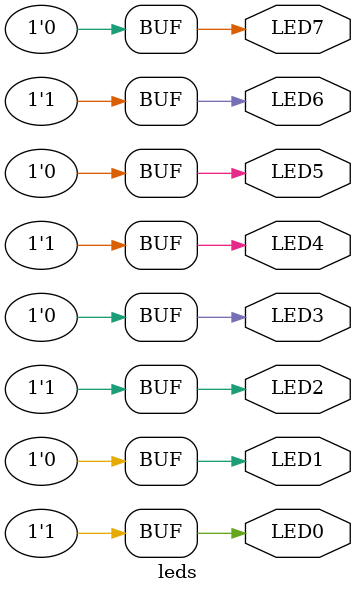
<source format=v>

module leds(output wire LED0,
            output wire LED1,
            output wire LED2,
            output wire LED3,
            output wire LED4,
            output wire LED5,
            output wire LED6,
            output wire LED7);

assign LED0 = 1'b1;
assign LED1 = 1'b0;
assign LED2 = 1'b1;
assign LED3 = 1'b0;
assign LED4 = 1'b1;
assign LED5 = 1'b0;
assign LED6 = 1'b1;
assign LED7 = 1'b0;

endmodule

</source>
